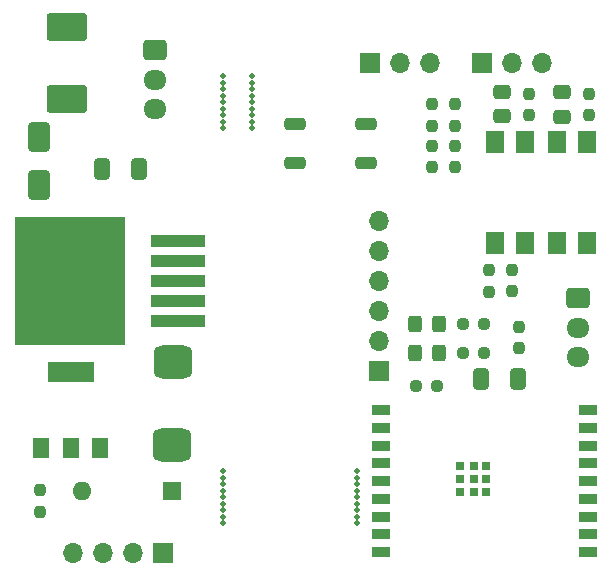
<source format=gbr>
%TF.GenerationSoftware,KiCad,Pcbnew,8.0.1*%
%TF.CreationDate,2024-05-08T12:06:43+02:00*%
%TF.ProjectId,SommerESP,536f6d6d-6572-4455-9350-2e6b69636164,rev?*%
%TF.SameCoordinates,Original*%
%TF.FileFunction,Soldermask,Top*%
%TF.FilePolarity,Negative*%
%FSLAX46Y46*%
G04 Gerber Fmt 4.6, Leading zero omitted, Abs format (unit mm)*
G04 Created by KiCad (PCBNEW 8.0.1) date 2024-05-08 12:06:43*
%MOMM*%
%LPD*%
G01*
G04 APERTURE LIST*
G04 Aperture macros list*
%AMRoundRect*
0 Rectangle with rounded corners*
0 $1 Rounding radius*
0 $2 $3 $4 $5 $6 $7 $8 $9 X,Y pos of 4 corners*
0 Add a 4 corners polygon primitive as box body*
4,1,4,$2,$3,$4,$5,$6,$7,$8,$9,$2,$3,0*
0 Add four circle primitives for the rounded corners*
1,1,$1+$1,$2,$3*
1,1,$1+$1,$4,$5*
1,1,$1+$1,$6,$7*
1,1,$1+$1,$8,$9*
0 Add four rect primitives between the rounded corners*
20,1,$1+$1,$2,$3,$4,$5,0*
20,1,$1+$1,$4,$5,$6,$7,0*
20,1,$1+$1,$6,$7,$8,$9,0*
20,1,$1+$1,$8,$9,$2,$3,0*%
G04 Aperture macros list end*
%ADD10RoundRect,0.237500X0.250000X0.237500X-0.250000X0.237500X-0.250000X-0.237500X0.250000X-0.237500X0*%
%ADD11RoundRect,0.237500X-0.237500X0.250000X-0.237500X-0.250000X0.237500X-0.250000X0.237500X0.250000X0*%
%ADD12RoundRect,0.250000X0.412500X0.650000X-0.412500X0.650000X-0.412500X-0.650000X0.412500X-0.650000X0*%
%ADD13R,1.500000X1.900000*%
%ADD14R,1.700000X1.700000*%
%ADD15O,1.700000X1.700000*%
%ADD16RoundRect,0.250000X-0.650000X1.000000X-0.650000X-1.000000X0.650000X-1.000000X0.650000X1.000000X0*%
%ADD17RoundRect,0.237500X0.237500X-0.250000X0.237500X0.250000X-0.237500X0.250000X-0.237500X-0.250000X0*%
%ADD18RoundRect,0.250000X0.650000X0.250000X-0.650000X0.250000X-0.650000X-0.250000X0.650000X-0.250000X0*%
%ADD19RoundRect,0.250000X-0.325000X-0.450000X0.325000X-0.450000X0.325000X0.450000X-0.325000X0.450000X0*%
%ADD20C,0.500000*%
%ADD21RoundRect,0.250000X-0.725000X0.600000X-0.725000X-0.600000X0.725000X-0.600000X0.725000X0.600000X0*%
%ADD22O,1.950000X1.700000*%
%ADD23R,1.500000X0.900000*%
%ADD24R,0.700000X0.700000*%
%ADD25RoundRect,0.235000X1.465000X-0.940000X1.465000X0.940000X-1.465000X0.940000X-1.465000X-0.940000X0*%
%ADD26R,4.600000X1.100000*%
%ADD27R,9.400000X10.800000*%
%ADD28R,1.400000X1.700000*%
%ADD29R,4.000000X1.800000*%
%ADD30RoundRect,0.250000X-0.475000X0.337500X-0.475000X-0.337500X0.475000X-0.337500X0.475000X0.337500X0*%
%ADD31R,1.600000X1.600000*%
%ADD32O,1.600000X1.600000*%
%ADD33RoundRect,0.700000X0.950000X-0.700000X0.950000X0.700000X-0.950000X0.700000X-0.950000X-0.700000X0*%
%ADD34RoundRect,0.237500X-0.250000X-0.237500X0.250000X-0.237500X0.250000X0.237500X-0.250000X0.237500X0*%
G04 APERTURE END LIST*
D10*
%TO.C,R8*%
X129505000Y-80590000D03*
X127680000Y-80590000D03*
%TD*%
D11*
%TO.C,R2*%
X125100000Y-59487500D03*
X125100000Y-61312500D03*
%TD*%
%TO.C,R3*%
X127000000Y-62987500D03*
X127000000Y-64812500D03*
%TD*%
D12*
%TO.C,C3*%
X100287500Y-65000000D03*
X97162500Y-65000000D03*
%TD*%
D13*
%TO.C,U2*%
X135630000Y-71200000D03*
X138170000Y-71200000D03*
X138170000Y-62700000D03*
X135630000Y-62700000D03*
%TD*%
D10*
%TO.C,R7*%
X129495000Y-78070000D03*
X127670000Y-78070000D03*
%TD*%
D14*
%TO.C,J1*%
X120575000Y-82075000D03*
D15*
X120575000Y-79535000D03*
X120575000Y-76995000D03*
X120575000Y-74455000D03*
X120575000Y-71915000D03*
X120575000Y-69375000D03*
%TD*%
D16*
%TO.C,D5*%
X91775000Y-62300000D03*
X91775000Y-66300000D03*
%TD*%
D17*
%TO.C,R6*%
X129900000Y-75362500D03*
X129900000Y-73537500D03*
%TD*%
%TO.C,R5*%
X131850000Y-75337500D03*
X131850000Y-73512500D03*
%TD*%
%TO.C,R10*%
X133300000Y-60412500D03*
X133300000Y-58587500D03*
%TD*%
D18*
%TO.C,S2*%
X119500000Y-61150000D03*
X119500000Y-64450000D03*
%TD*%
D17*
%TO.C,R9*%
X138400000Y-60412500D03*
X138400000Y-58587500D03*
%TD*%
D19*
%TO.C,D2*%
X123615000Y-80590000D03*
X125665000Y-80590000D03*
%TD*%
D18*
%TO.C,S1*%
X113500000Y-61150000D03*
X113500000Y-64450000D03*
%TD*%
D17*
%TO.C,R11*%
X91900000Y-94012500D03*
X91900000Y-92187500D03*
%TD*%
D20*
%TO.C,REF\u002A\u002A*%
X107350000Y-61500000D03*
X107350000Y-60950000D03*
X107350000Y-60400000D03*
X107350000Y-59850000D03*
X107350000Y-59300000D03*
X107350000Y-58750000D03*
X107350000Y-58200000D03*
X107350000Y-57650000D03*
X107350000Y-57100000D03*
%TD*%
%TO.C,REF\u002A\u002A*%
X109800000Y-61500000D03*
X109800000Y-60950000D03*
X109800000Y-60400000D03*
X109800000Y-59850000D03*
X109800000Y-59300000D03*
X109800000Y-58750000D03*
X109800000Y-58200000D03*
X109800000Y-57650000D03*
X109800000Y-57100000D03*
%TD*%
D21*
%TO.C,J2*%
X137425000Y-75925000D03*
D22*
X137425000Y-78425000D03*
X137425000Y-80925000D03*
%TD*%
D23*
%TO.C,U5*%
X138250000Y-97400000D03*
X138250000Y-95900000D03*
X138250000Y-94400000D03*
X138250000Y-92900000D03*
X138250000Y-91400000D03*
X138250000Y-89900000D03*
X138250000Y-88400000D03*
X138250000Y-86900000D03*
X138250000Y-85400000D03*
X120750000Y-85400000D03*
X120750000Y-86900000D03*
X120750000Y-88400000D03*
X120750000Y-89900000D03*
X120750000Y-91400000D03*
X120750000Y-92900000D03*
X120750000Y-94400000D03*
X120750000Y-95900000D03*
X120750000Y-97400000D03*
D24*
X129640000Y-92300000D03*
X129640000Y-91200000D03*
X129640000Y-90100000D03*
X128590000Y-92300000D03*
X128590000Y-91200000D03*
X128590000Y-90100000D03*
X127440000Y-92300000D03*
X127440000Y-91200000D03*
X127440000Y-90100000D03*
%TD*%
D25*
%TO.C,L1*%
X94125000Y-59025000D03*
X94125000Y-52975000D03*
%TD*%
D11*
%TO.C,R4*%
X125100000Y-62987500D03*
X125100000Y-64812500D03*
%TD*%
D20*
%TO.C,REF\u002A\u002A*%
X107400000Y-94950000D03*
X107400000Y-94400000D03*
X107400000Y-93850000D03*
X107400000Y-93300000D03*
X107400000Y-92750000D03*
X107400000Y-92200000D03*
X107400000Y-91650000D03*
X107400000Y-91100000D03*
X107400000Y-90550000D03*
%TD*%
D26*
%TO.C,U4*%
X103575000Y-77825000D03*
X103575000Y-76125000D03*
X103575000Y-74425000D03*
D27*
X94425000Y-74425000D03*
D26*
X103575000Y-72725000D03*
X103575000Y-71025000D03*
%TD*%
D11*
%TO.C,R1*%
X127000000Y-59487500D03*
X127000000Y-61312500D03*
%TD*%
D28*
%TO.C,Q1*%
X92000000Y-88600000D03*
X94500000Y-88600000D03*
X97000000Y-88600000D03*
D29*
X94500000Y-82200000D03*
%TD*%
D14*
%TO.C,J4*%
X119820000Y-56000000D03*
D15*
X122360000Y-56000000D03*
X124900000Y-56000000D03*
%TD*%
D30*
%TO.C,C2*%
X131000000Y-58425000D03*
X131000000Y-60500000D03*
%TD*%
D31*
%TO.C,D4*%
X103070000Y-92260000D03*
D32*
X95450000Y-92260000D03*
%TD*%
D30*
%TO.C,C1*%
X136100000Y-58462500D03*
X136100000Y-60537500D03*
%TD*%
D20*
%TO.C,REF\u002A\u002A*%
X118700000Y-94950000D03*
X118700000Y-94400000D03*
X118700000Y-93850000D03*
X118700000Y-93300000D03*
X118700000Y-92750000D03*
X118700000Y-92200000D03*
X118700000Y-91650000D03*
X118700000Y-91100000D03*
X118700000Y-90550000D03*
%TD*%
D33*
%TO.C,D3*%
X103075000Y-88325000D03*
X103125000Y-81325000D03*
%TD*%
D17*
%TO.C,R13*%
X132420000Y-80162500D03*
X132420000Y-78337500D03*
%TD*%
D34*
%TO.C,R12*%
X123677500Y-83340000D03*
X125502500Y-83340000D03*
%TD*%
D12*
%TO.C,C4*%
X132362500Y-82710000D03*
X129237500Y-82710000D03*
%TD*%
D13*
%TO.C,U3*%
X130430000Y-71200000D03*
X132970000Y-71200000D03*
X132970000Y-62700000D03*
X130430000Y-62700000D03*
%TD*%
D19*
%TO.C,D1*%
X123597500Y-78080000D03*
X125647500Y-78080000D03*
%TD*%
D21*
%TO.C,J5*%
X101650000Y-54900000D03*
D22*
X101650000Y-57400000D03*
X101650000Y-59900000D03*
%TD*%
D14*
%TO.C,J6*%
X102320000Y-97500000D03*
D15*
X99780000Y-97500000D03*
X97240000Y-97500000D03*
X94700000Y-97500000D03*
%TD*%
D14*
%TO.C,J3*%
X129320000Y-56000000D03*
D15*
X131860000Y-56000000D03*
X134400000Y-56000000D03*
%TD*%
M02*

</source>
